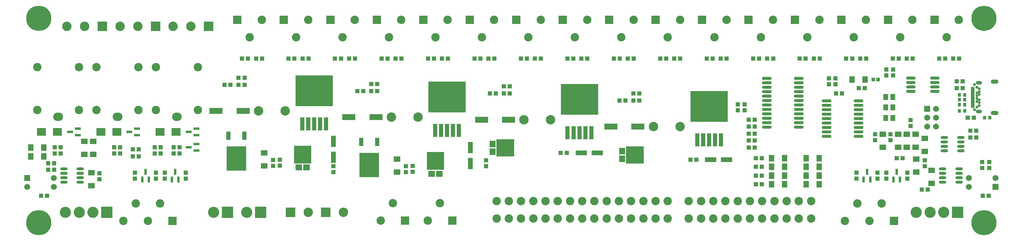
<source format=gts>
%FSLAX44Y44*%
%MOMM*%
G71*
G01*
G75*
G04 Layer_Color=8388736*
%ADD10O,1.9000X0.6000*%
%ADD11R,1.1000X1.0000*%
%ADD12R,1.6200X1.3700*%
%ADD13R,1.0000X1.1000*%
%ADD14R,0.8000X0.9000*%
%ADD15R,0.7000X0.9000*%
%ADD16R,1.3700X1.6200*%
%ADD17R,3.0000X1.2000*%
%ADD18R,1.2000X3.0000*%
%ADD19R,5.0000X4.7500*%
%ADD20R,1.5000X1.7500*%
%ADD21R,5.5000X6.7000*%
%ADD22R,0.9500X2.2000*%
%ADD23R,4.7500X5.0000*%
%ADD24R,1.7500X1.5000*%
%ADD25R,1.1000X3.5000*%
%ADD26R,10.5000X8.6000*%
%ADD27R,0.6000X1.6000*%
%ADD28O,2.6000X0.7000*%
%ADD29R,3.6000X1.5000*%
%ADD30R,3.5000X1.5000*%
%ADD31R,0.9000X0.3000*%
%ADD32O,2.5000X0.7000*%
%ADD33R,1.2700X1.5240*%
%ADD34R,2.4000X2.0000*%
%ADD35R,2.4000X2.0000*%
%ADD36R,1.6000X0.6000*%
%ADD37C,0.3000*%
%ADD38C,0.5000*%
%ADD39C,0.4000*%
%ADD40C,0.2540*%
%ADD41C,0.7000*%
%ADD42C,2.0000*%
%ADD43C,1.9000*%
%ADD44C,1.0000*%
%ADD45C,7.0000*%
%ADD46C,2.2000*%
%ADD47R,1.5000X1.5000*%
%ADD48C,1.5000*%
%ADD49C,2.5000*%
%ADD50R,2.2000X2.2000*%
%ADD51R,3.0000X3.0000*%
%ADD52C,3.0000*%
%ADD53R,2.5000X2.5000*%
%ADD54C,1.5240*%
%ADD55R,1.5000X1.5000*%
%ADD56C,0.6500*%
%ADD57O,2.0000X1.0000*%
%ADD58O,1.6000X0.8000*%
%ADD59C,0.6000*%
%ADD60C,0.8000*%
%ADD61C,1.2000*%
%ADD62C,1.2500*%
%ADD63C,1.5000*%
%ADD64C,1.8000*%
%ADD65C,2.5000*%
%ADD66C,3.0000*%
%ADD67C,1.1000*%
%ADD68C,1.2000*%
%ADD69C,1.3000*%
%ADD70C,1.4000*%
%ADD71C,1.6000*%
%ADD72C,1.7000*%
%ADD73C,2.1000*%
%ADD74C,2.2000*%
%ADD75C,2.3000*%
%ADD76C,2.4000*%
%ADD77C,0.1500*%
%ADD78C,0.2500*%
%ADD79C,0.6000*%
%ADD80C,0.2000*%
%ADD81C,0.0508*%
%ADD82C,0.0254*%
%ADD83C,0.1270*%
%ADD84C,0.1524*%
%ADD85C,0.2032*%
%ADD86R,2.1000X0.5250*%
%ADD87R,0.5250X2.1000*%
%ADD88R,15.8969X2.5400*%
%ADD89R,8.0264X2.5400*%
%ADD90O,2.1032X0.8032*%
%ADD91R,1.3032X1.2032*%
%ADD92R,1.8232X1.5732*%
%ADD93R,1.2032X1.3032*%
%ADD94R,1.0032X1.1032*%
%ADD95R,0.9032X1.1032*%
%ADD96R,1.5732X1.8232*%
%ADD97R,3.2032X1.4032*%
%ADD98R,1.4032X3.2032*%
%ADD99R,5.2032X4.9532*%
%ADD100R,1.7032X1.9532*%
%ADD101R,5.7032X6.9032*%
%ADD102R,1.1532X2.4032*%
%ADD103R,4.9532X5.2032*%
%ADD104R,1.9532X1.7032*%
%ADD105R,1.3032X3.7032*%
%ADD106R,10.7032X8.8032*%
%ADD107R,0.8032X1.8032*%
%ADD108O,2.8032X0.9032*%
%ADD109R,3.8032X1.7032*%
%ADD110R,3.7032X1.7032*%
%ADD111R,1.1032X0.5032*%
%ADD112O,2.7032X0.9032*%
%ADD113R,1.4732X1.7272*%
%ADD114R,2.6032X2.2032*%
%ADD115R,2.6032X2.2032*%
%ADD116R,1.8032X0.8032*%
%ADD117C,7.2032*%
%ADD118C,2.4032*%
%ADD119R,1.7032X1.7032*%
%ADD120C,1.7032*%
%ADD121C,2.7032*%
%ADD122R,2.4032X2.4032*%
%ADD123R,3.2032X3.2032*%
%ADD124C,3.2032*%
%ADD125R,2.7032X2.7032*%
%ADD126C,1.7272*%
%ADD127R,1.7032X1.7032*%
%ADD128C,0.8532*%
%ADD129O,2.2032X1.2032*%
%ADD130O,1.8032X1.0032*%
%ADD131C,0.8032*%
D90*
X2891500Y544050D02*
D03*
Y531350D02*
D03*
Y518650D02*
D03*
Y505950D02*
D03*
X2938500Y544050D02*
D03*
Y531350D02*
D03*
Y518650D02*
D03*
Y505950D02*
D03*
X2933500Y415950D02*
D03*
Y428650D02*
D03*
Y441350D02*
D03*
Y454050D02*
D03*
X2886500Y415950D02*
D03*
Y428650D02*
D03*
Y441350D02*
D03*
Y454050D02*
D03*
X418500Y415950D02*
D03*
Y428650D02*
D03*
Y441350D02*
D03*
Y454050D02*
D03*
X371500Y415950D02*
D03*
Y428650D02*
D03*
Y441350D02*
D03*
Y454050D02*
D03*
D91*
X2965500Y563000D02*
D03*
X2982500D02*
D03*
X2965500Y544000D02*
D03*
X2982500D02*
D03*
X2754500Y485000D02*
D03*
X2771500D02*
D03*
X2663500Y685000D02*
D03*
X2646500D02*
D03*
X2926500D02*
D03*
X2943500D02*
D03*
X2926500Y705000D02*
D03*
X2943500D02*
D03*
X2958500Y601000D02*
D03*
X2975500D02*
D03*
X2351500Y485000D02*
D03*
X2368500D02*
D03*
X2351500Y460000D02*
D03*
X2368500D02*
D03*
X2351500Y435000D02*
D03*
X2368500D02*
D03*
X2351500Y410000D02*
D03*
X2368500D02*
D03*
X2581500Y670000D02*
D03*
X2598500D02*
D03*
X2348500Y515000D02*
D03*
X2331500D02*
D03*
X2348500Y555000D02*
D03*
X2331500D02*
D03*
X2348500Y595000D02*
D03*
X2331500D02*
D03*
X2348500Y575000D02*
D03*
X2331500D02*
D03*
X2348500Y535000D02*
D03*
X2331500D02*
D03*
X1647500Y690000D02*
D03*
X1630500D02*
D03*
X1647500Y670000D02*
D03*
X1630500D02*
D03*
X1978500Y650000D02*
D03*
X1961500D02*
D03*
X2018500Y670000D02*
D03*
X2001500D02*
D03*
X2018500Y650000D02*
D03*
X2001500D02*
D03*
X1228500Y677000D02*
D03*
X1211500D02*
D03*
X1268500Y697000D02*
D03*
X1251500D02*
D03*
X1268500Y677000D02*
D03*
X1251500D02*
D03*
X1320500Y770000D02*
D03*
X1337500D02*
D03*
X1280500D02*
D03*
X1297500D02*
D03*
X1187500D02*
D03*
X1204500D02*
D03*
X1147500D02*
D03*
X1164500D02*
D03*
X1054500D02*
D03*
X1071500D02*
D03*
X1014500D02*
D03*
X1031500D02*
D03*
X921500D02*
D03*
X938500D02*
D03*
X881500D02*
D03*
X898500D02*
D03*
X1852500D02*
D03*
X1869500D02*
D03*
X1812500D02*
D03*
X1829500D02*
D03*
X1719500D02*
D03*
X1736500D02*
D03*
X1679500D02*
D03*
X1696500D02*
D03*
X1586500D02*
D03*
X1603500D02*
D03*
X1546500D02*
D03*
X1563500D02*
D03*
X1453500D02*
D03*
X1470500D02*
D03*
X1413500D02*
D03*
X1430500D02*
D03*
X2384500D02*
D03*
X2401500D02*
D03*
X2344500D02*
D03*
X2361500D02*
D03*
X2251500D02*
D03*
X2268500D02*
D03*
X2211500D02*
D03*
X2228500D02*
D03*
X2118500D02*
D03*
X2135500D02*
D03*
X2078500D02*
D03*
X2095500D02*
D03*
X1985500D02*
D03*
X2002500D02*
D03*
X1945500D02*
D03*
X1962500D02*
D03*
X2916500Y770000D02*
D03*
X2933500D02*
D03*
X2876500D02*
D03*
X2893500D02*
D03*
X2783500Y770000D02*
D03*
X2800500D02*
D03*
X2743500D02*
D03*
X2760500D02*
D03*
X2650500Y770000D02*
D03*
X2667500D02*
D03*
X2610500D02*
D03*
X2627500D02*
D03*
X888500Y715000D02*
D03*
X871500D02*
D03*
X848500Y695000D02*
D03*
X831500D02*
D03*
X888500D02*
D03*
X871500D02*
D03*
X2517500Y770000D02*
D03*
X2534500D02*
D03*
X2477500D02*
D03*
X2494500D02*
D03*
X3018500Y377000D02*
D03*
X3001500D02*
D03*
X306500D02*
D03*
X323500D02*
D03*
X2826500Y395000D02*
D03*
X2843500D02*
D03*
X326500Y470000D02*
D03*
X343500D02*
D03*
X326500Y452000D02*
D03*
X343500D02*
D03*
X2181500Y480000D02*
D03*
X2164500D02*
D03*
X1810500Y500000D02*
D03*
X1793500D02*
D03*
X1607500Y670000D02*
D03*
X1590500D02*
D03*
X685500Y498000D02*
D03*
X702500D02*
D03*
X685500Y516000D02*
D03*
X702500D02*
D03*
X532500Y498000D02*
D03*
X515500D02*
D03*
X362500D02*
D03*
X345500D02*
D03*
X362500Y516000D02*
D03*
X345500D02*
D03*
X532500D02*
D03*
X515500D02*
D03*
X648500D02*
D03*
X631500D02*
D03*
X648500Y498000D02*
D03*
X631500D02*
D03*
X585500Y510000D02*
D03*
X568500D02*
D03*
X585500Y490000D02*
D03*
X568500D02*
D03*
D92*
X2835000Y503900D02*
D03*
Y541000D02*
D03*
X2811000Y482100D02*
D03*
Y445000D02*
D03*
X2809000Y553100D02*
D03*
Y516000D02*
D03*
X2784000Y553100D02*
D03*
Y516000D02*
D03*
X2759000Y553100D02*
D03*
Y516000D02*
D03*
X2715000Y553100D02*
D03*
Y516000D02*
D03*
X1325000Y444900D02*
D03*
Y482000D02*
D03*
X945000Y462900D02*
D03*
Y500000D02*
D03*
X2855000Y412900D02*
D03*
Y450000D02*
D03*
X450000Y443100D02*
D03*
Y406000D02*
D03*
X430000Y495900D02*
D03*
Y533000D02*
D03*
X455000Y495900D02*
D03*
Y533000D02*
D03*
D93*
X2835000Y461500D02*
D03*
Y478500D02*
D03*
X2795000Y576500D02*
D03*
Y593500D02*
D03*
X2737000Y536500D02*
D03*
Y553500D02*
D03*
X2693000Y536500D02*
D03*
Y553500D02*
D03*
X2745000Y738500D02*
D03*
Y721500D02*
D03*
X2725000Y721500D02*
D03*
Y738500D02*
D03*
X2300000Y621500D02*
D03*
Y638500D02*
D03*
X2320000Y621500D02*
D03*
Y638500D02*
D03*
X2580000Y713500D02*
D03*
Y696500D02*
D03*
X2561000Y713500D02*
D03*
Y696500D02*
D03*
X1580000Y461500D02*
D03*
Y478500D02*
D03*
X1143000Y461500D02*
D03*
Y444500D02*
D03*
X1370000Y445500D02*
D03*
Y462500D02*
D03*
X1350000Y461500D02*
D03*
Y444500D02*
D03*
X990000Y463500D02*
D03*
Y480500D02*
D03*
X970000Y479500D02*
D03*
Y462500D02*
D03*
X2640000Y443500D02*
D03*
Y426500D02*
D03*
X2725000Y443500D02*
D03*
Y426500D02*
D03*
X2700000Y443500D02*
D03*
Y426500D02*
D03*
X2785000Y443500D02*
D03*
Y426500D02*
D03*
X720000Y443500D02*
D03*
Y426500D02*
D03*
X635000Y443500D02*
D03*
Y426500D02*
D03*
X575000Y443500D02*
D03*
Y426500D02*
D03*
X660000Y443500D02*
D03*
Y426500D02*
D03*
X473000Y424500D02*
D03*
Y441500D02*
D03*
X3000000Y473500D02*
D03*
Y456500D02*
D03*
X3020000Y473500D02*
D03*
Y456500D02*
D03*
D94*
X2688000Y710000D02*
D03*
X2702000D02*
D03*
D95*
X3006500Y601000D02*
D03*
X3021500D02*
D03*
X2949500Y620000D02*
D03*
X2934500D02*
D03*
X2949500Y666000D02*
D03*
X2934500D02*
D03*
X2949500Y652000D02*
D03*
X2934500D02*
D03*
X2949500Y638000D02*
D03*
X2934500D02*
D03*
D96*
X2533100Y410000D02*
D03*
X2496000D02*
D03*
X2533100Y435000D02*
D03*
X2496000D02*
D03*
X2533100Y460000D02*
D03*
X2496000D02*
D03*
X2533100Y485000D02*
D03*
X2496000D02*
D03*
X2396900D02*
D03*
X2434000D02*
D03*
X2396900Y460000D02*
D03*
X2434000D02*
D03*
X2396900Y435000D02*
D03*
X2434000D02*
D03*
X2396900Y410000D02*
D03*
X2434000D02*
D03*
X2664100Y710000D02*
D03*
X2627000D02*
D03*
X314100Y515000D02*
D03*
X277000D02*
D03*
X314100Y490000D02*
D03*
X277000D02*
D03*
D97*
X2222140Y480000D02*
D03*
X2267860D02*
D03*
X1852140Y500000D02*
D03*
X1897860D02*
D03*
D98*
X1535000Y469140D02*
D03*
Y514860D02*
D03*
X1143000Y487140D02*
D03*
Y532860D02*
D03*
D99*
X1635000Y514000D02*
D03*
X2006000Y494000D02*
D03*
D100*
X1598000Y503000D02*
D03*
Y525000D02*
D03*
X1969000Y483000D02*
D03*
Y505000D02*
D03*
D101*
X1245000Y465500D02*
D03*
X865000Y483500D02*
D03*
D102*
X1222200Y531000D02*
D03*
X1267800D02*
D03*
X842200Y549000D02*
D03*
X887800D02*
D03*
D103*
X1055000Y495000D02*
D03*
X1435000Y477000D02*
D03*
D104*
X1066000Y458000D02*
D03*
X1044000D02*
D03*
X1446000Y440000D02*
D03*
X1424000D02*
D03*
D105*
X1054000Y582500D02*
D03*
X1071000D02*
D03*
X1088000D02*
D03*
X1105000D02*
D03*
X1122000D02*
D03*
X1434000Y564500D02*
D03*
X1451000D02*
D03*
X1468000D02*
D03*
X1485000D02*
D03*
X1502000D02*
D03*
X2184000Y537500D02*
D03*
X2201000D02*
D03*
X2218000D02*
D03*
X2235000D02*
D03*
X2252000D02*
D03*
X1813000Y557500D02*
D03*
X1830000D02*
D03*
X1847000D02*
D03*
X1864000D02*
D03*
X1881000D02*
D03*
D106*
X1088000Y678000D02*
D03*
X1468000Y660000D02*
D03*
X2218000Y633000D02*
D03*
X1847000Y653000D02*
D03*
D107*
X2660500Y424000D02*
D03*
X2679500D02*
D03*
X2670000Y446000D02*
D03*
X2745500Y424000D02*
D03*
X2764500D02*
D03*
X2755000Y446000D02*
D03*
X595500Y424000D02*
D03*
X614500D02*
D03*
X605000Y446000D02*
D03*
X680500Y424000D02*
D03*
X699500D02*
D03*
X690000Y446000D02*
D03*
D108*
X2475000Y573150D02*
D03*
Y585850D02*
D03*
Y598550D02*
D03*
Y611250D02*
D03*
Y623950D02*
D03*
Y636650D02*
D03*
Y649350D02*
D03*
Y662050D02*
D03*
Y674750D02*
D03*
Y687450D02*
D03*
Y700150D02*
D03*
Y712850D02*
D03*
X2383000Y573150D02*
D03*
Y585850D02*
D03*
Y598550D02*
D03*
Y611250D02*
D03*
Y623950D02*
D03*
Y636650D02*
D03*
Y649350D02*
D03*
Y662050D02*
D03*
Y674750D02*
D03*
Y687450D02*
D03*
Y700150D02*
D03*
Y712850D02*
D03*
X2554000Y648800D02*
D03*
Y636100D02*
D03*
Y623400D02*
D03*
Y610700D02*
D03*
Y598000D02*
D03*
Y585300D02*
D03*
Y572600D02*
D03*
Y559900D02*
D03*
Y547200D02*
D03*
X2646000Y648800D02*
D03*
Y636100D02*
D03*
Y623400D02*
D03*
Y610700D02*
D03*
Y598000D02*
D03*
Y585300D02*
D03*
Y572600D02*
D03*
Y559900D02*
D03*
Y547200D02*
D03*
D109*
X1936900Y575000D02*
D03*
X1186900Y602000D02*
D03*
X1566900Y595000D02*
D03*
X806900Y620000D02*
D03*
D110*
X2014370Y575000D02*
D03*
X1264370Y602000D02*
D03*
X1644370Y595000D02*
D03*
X884370Y620000D02*
D03*
D111*
X2972400Y686500D02*
D03*
Y681500D02*
D03*
Y676500D02*
D03*
Y671500D02*
D03*
Y666500D02*
D03*
Y661500D02*
D03*
Y656500D02*
D03*
Y651500D02*
D03*
Y646500D02*
D03*
Y641500D02*
D03*
Y636500D02*
D03*
Y631500D02*
D03*
D112*
X2795500Y714050D02*
D03*
Y701350D02*
D03*
Y688650D02*
D03*
Y675950D02*
D03*
X2864500Y714050D02*
D03*
Y701350D02*
D03*
Y688650D02*
D03*
Y675950D02*
D03*
D113*
X2744160Y660000D02*
D03*
X2723840D02*
D03*
X2744160Y630000D02*
D03*
X2723840D02*
D03*
X2744160Y600000D02*
D03*
X2723840D02*
D03*
D114*
X352860Y560000D02*
D03*
X522860D02*
D03*
X692860D02*
D03*
D115*
X307140D02*
D03*
X477140D02*
D03*
X647140D02*
D03*
D116*
X411000Y550500D02*
D03*
Y569500D02*
D03*
X389000Y560000D02*
D03*
X581000Y550500D02*
D03*
Y569500D02*
D03*
X559000Y560000D02*
D03*
X751000Y550500D02*
D03*
Y569500D02*
D03*
X729000Y560000D02*
D03*
X751000Y506500D02*
D03*
Y525500D02*
D03*
X729000Y516000D02*
D03*
D117*
X300000Y300000D02*
D03*
Y885000D02*
D03*
X3005000Y300000D02*
D03*
Y885000D02*
D03*
D118*
X1960000Y312000D02*
D03*
Y362000D02*
D03*
X1995000D02*
D03*
Y312000D02*
D03*
X2030000Y362000D02*
D03*
Y312000D02*
D03*
X2065000Y362000D02*
D03*
Y312000D02*
D03*
X2100000Y362000D02*
D03*
Y312000D02*
D03*
X1785000D02*
D03*
Y362000D02*
D03*
X1820000D02*
D03*
Y312000D02*
D03*
X1855000Y362000D02*
D03*
Y312000D02*
D03*
X1890000Y362000D02*
D03*
Y312000D02*
D03*
X1925000Y362000D02*
D03*
Y312000D02*
D03*
X1750000D02*
D03*
Y362000D02*
D03*
X1715000Y312000D02*
D03*
Y362000D02*
D03*
X1680000Y312000D02*
D03*
Y362000D02*
D03*
X1645000Y312000D02*
D03*
Y362000D02*
D03*
X1610000D02*
D03*
Y312000D02*
D03*
X2160000D02*
D03*
Y362000D02*
D03*
X2195000D02*
D03*
Y312000D02*
D03*
X2230000Y362000D02*
D03*
Y312000D02*
D03*
X2265000Y362000D02*
D03*
Y312000D02*
D03*
X2300000Y362000D02*
D03*
Y312000D02*
D03*
X2475000D02*
D03*
Y362000D02*
D03*
X2440000Y312000D02*
D03*
Y362000D02*
D03*
X2405000Y312000D02*
D03*
Y362000D02*
D03*
X2370000Y312000D02*
D03*
Y362000D02*
D03*
X2335000D02*
D03*
Y312000D02*
D03*
X2510000Y362000D02*
D03*
Y312000D02*
D03*
X2712000Y355000D02*
D03*
X2677000Y305000D02*
D03*
X2642000Y355000D02*
D03*
X2607000Y305000D02*
D03*
X647000Y355000D02*
D03*
X612000Y305000D02*
D03*
X577000Y355000D02*
D03*
X542000Y305000D02*
D03*
X755000Y623000D02*
D03*
X635000D02*
D03*
Y745000D02*
D03*
X755000D02*
D03*
X695000Y603000D02*
D03*
X693000D02*
D03*
X697000D02*
D03*
X585000Y623000D02*
D03*
X465000D02*
D03*
Y745000D02*
D03*
X585000D02*
D03*
X525000Y603000D02*
D03*
X523000D02*
D03*
X527000D02*
D03*
X415000Y623000D02*
D03*
X295000D02*
D03*
Y745000D02*
D03*
X415000D02*
D03*
X355000Y603000D02*
D03*
X353000D02*
D03*
X357000D02*
D03*
X1448000Y356000D02*
D03*
X1413000Y306000D02*
D03*
X1313000Y356000D02*
D03*
X1278000Y306000D02*
D03*
X2499000Y831000D02*
D03*
X2534000Y881000D02*
D03*
X2632000Y831000D02*
D03*
X2667000Y881000D02*
D03*
X2765000Y831000D02*
D03*
X2800000Y881000D02*
D03*
X2898000Y831000D02*
D03*
X2933000Y881000D02*
D03*
X1967000Y831000D02*
D03*
X2002000Y881000D02*
D03*
X2100000Y831000D02*
D03*
X2135000Y881000D02*
D03*
X2233000Y831000D02*
D03*
X2268000Y881000D02*
D03*
X2366000Y831000D02*
D03*
X2401000Y881000D02*
D03*
X1435000Y831000D02*
D03*
X1470000Y881000D02*
D03*
X1568000Y831000D02*
D03*
X1603000Y881000D02*
D03*
X1701000Y831000D02*
D03*
X1736000Y881000D02*
D03*
X1834000Y831000D02*
D03*
X1869000Y881000D02*
D03*
X903000Y831000D02*
D03*
X938000Y881000D02*
D03*
X1036000Y831000D02*
D03*
X1071000Y881000D02*
D03*
X1169000Y831000D02*
D03*
X1204000Y881000D02*
D03*
X1302000Y831000D02*
D03*
X1337000Y881000D02*
D03*
D119*
X2842000Y626000D02*
D03*
D120*
X2867400D02*
D03*
X2842000Y600600D02*
D03*
X2867400D02*
D03*
X2842000Y575200D02*
D03*
X2867400D02*
D03*
X343100Y402300D02*
D03*
Y427700D02*
D03*
X266900Y402300D02*
D03*
X2961900Y427700D02*
D03*
Y402300D02*
D03*
X3038100Y427700D02*
D03*
D121*
X1005000Y620000D02*
D03*
X929000D02*
D03*
X1071000Y330000D02*
D03*
X1172000D02*
D03*
X735000Y862000D02*
D03*
X684200D02*
D03*
X583000D02*
D03*
X532200D02*
D03*
X431000D02*
D03*
X380200D02*
D03*
X2135000Y575000D02*
D03*
X2059000D02*
D03*
X1385000Y602000D02*
D03*
X1309000D02*
D03*
X1764000Y595000D02*
D03*
X1688000D02*
D03*
D122*
X2747000Y305000D02*
D03*
X682000D02*
D03*
X1483000Y306000D02*
D03*
X1348000D02*
D03*
X2464000Y881000D02*
D03*
X2597000Y881000D02*
D03*
X2730000Y881000D02*
D03*
X2863000Y881000D02*
D03*
X1932000Y881000D02*
D03*
X2065000D02*
D03*
X2198000D02*
D03*
X2331000D02*
D03*
X1400000D02*
D03*
X1533000D02*
D03*
X1666000D02*
D03*
X1799000D02*
D03*
X868000D02*
D03*
X1001000D02*
D03*
X1134000D02*
D03*
X1267000D02*
D03*
D123*
X2929436Y330000D02*
D03*
X494436D02*
D03*
X934812Y330000D02*
D03*
X839812D02*
D03*
D124*
X2889812Y330000D02*
D03*
X2850188D02*
D03*
X2810564D02*
D03*
X454812D02*
D03*
X415188D02*
D03*
X375564D02*
D03*
X895188Y330000D02*
D03*
X800188D02*
D03*
D125*
X1020200Y330000D02*
D03*
X1121200D02*
D03*
X785800Y862000D02*
D03*
X633800D02*
D03*
X481800D02*
D03*
D126*
X2987000Y318000D02*
D03*
X3023000D02*
D03*
Y282000D02*
D03*
X2987000D02*
D03*
X2979000Y300000D02*
D03*
X3031000D02*
D03*
X3005000Y274000D02*
D03*
Y326000D02*
D03*
X2987000Y903000D02*
D03*
X3023000D02*
D03*
Y867000D02*
D03*
X2987000D02*
D03*
X2979000Y885000D02*
D03*
X3031000D02*
D03*
X3005000Y859000D02*
D03*
Y911000D02*
D03*
X282000Y903000D02*
D03*
X318000D02*
D03*
Y867000D02*
D03*
X282000D02*
D03*
X274000Y885000D02*
D03*
X326000D02*
D03*
X300000Y859000D02*
D03*
Y911000D02*
D03*
X282000Y318000D02*
D03*
X318000D02*
D03*
Y282000D02*
D03*
X282000D02*
D03*
X274000Y300000D02*
D03*
X326000D02*
D03*
X300000Y274000D02*
D03*
Y326000D02*
D03*
D127*
X266900Y427700D02*
D03*
X3038100Y402300D02*
D03*
D128*
X2978000Y695500D02*
D03*
Y623500D02*
D03*
D129*
X3035000Y703900D02*
D03*
Y614100D02*
D03*
D130*
X2990500Y700800D02*
D03*
Y618200D02*
D03*
D131*
X2984500Y631500D02*
D03*
X2991500Y635500D02*
D03*
Y643500D02*
D03*
X2984500Y647500D02*
D03*
X2991500Y651500D02*
D03*
X2984500Y655500D02*
D03*
Y663500D02*
D03*
X2991500Y667500D02*
D03*
X2984500Y671500D02*
D03*
X2991500Y675500D02*
D03*
Y683500D02*
D03*
X2984500Y687500D02*
D03*
X2992986Y618208D02*
D03*
X2987779D02*
D03*
X2987804Y700808D02*
D03*
X2992986Y700808D02*
D03*
X3032305Y614118D02*
D03*
X3037486Y614108D02*
D03*
X3032305Y703907D02*
D03*
X3037486Y703908D02*
D03*
M02*

</source>
